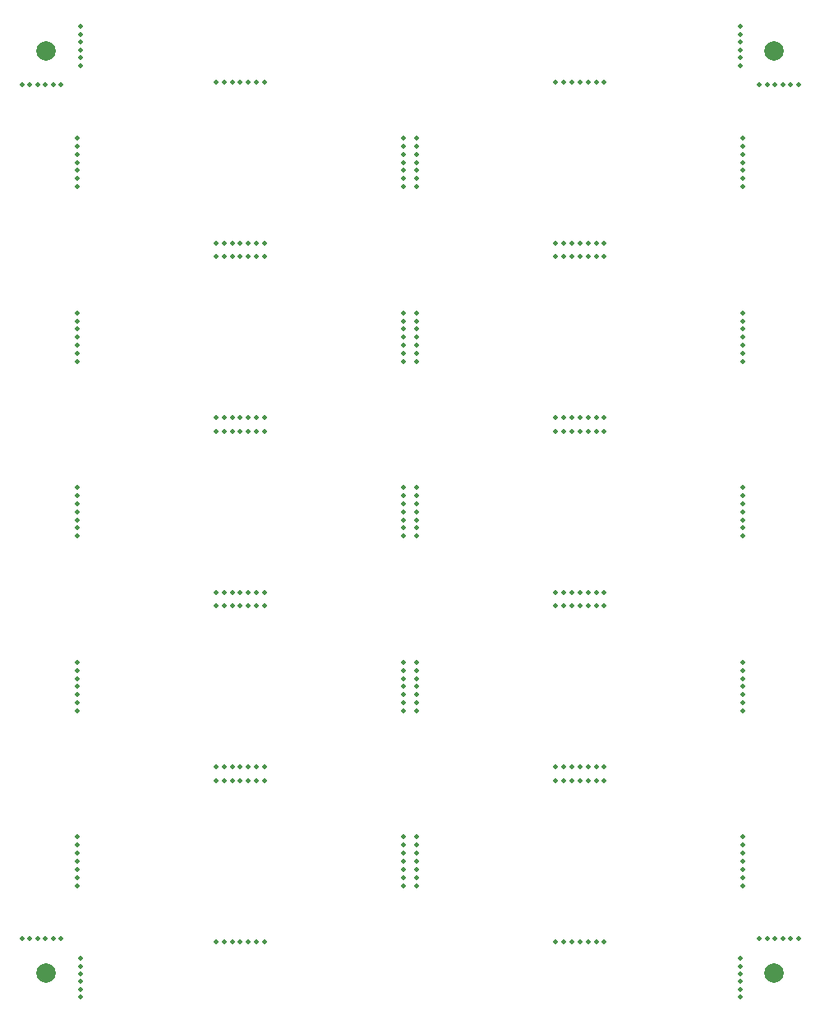
<source format=gbr>
%TF.GenerationSoftware,KiCad,Pcbnew,6.0.8-f2edbf62ab~116~ubuntu22.04.1*%
%TF.CreationDate,2022-10-31T09:01:50+00:00*%
%TF.ProjectId,panel,70616e65-6c2e-46b6-9963-61645f706362,3.0*%
%TF.SameCoordinates,Original*%
%TF.FileFunction,Soldermask,Bot*%
%TF.FilePolarity,Negative*%
%FSLAX46Y46*%
G04 Gerber Fmt 4.6, Leading zero omitted, Abs format (unit mm)*
G04 Created by KiCad (PCBNEW 6.0.8-f2edbf62ab~116~ubuntu22.04.1) date 2022-10-31 09:01:50*
%MOMM*%
%LPD*%
G01*
G04 APERTURE LIST*
%ADD10C,0.500000*%
%ADD11C,2.000000*%
G04 APERTURE END LIST*
D10*
%TO.C,REF\u002A\u002A*%
X54999957Y-59702268D03*
%TD*%
%TO.C,REF\u002A\u002A*%
X23333290Y-23701796D03*
%TD*%
%TO.C,REF\u002A\u002A*%
X74297471Y-66333219D03*
%TD*%
%TO.C,REF\u002A\u002A*%
X20833291Y-5702151D03*
%TD*%
%TO.C,REF\u002A\u002A*%
X39297471Y-12333220D03*
%TD*%
%TO.C,REF\u002A\u002A*%
X59999957Y-5701560D03*
%TD*%
%TO.C,REF\u002A\u002A*%
X20833376Y-40298321D03*
%TD*%
%TO.C,REF\u002A\u002A*%
X39298735Y-69666552D03*
%TD*%
%TO.C,REF\u002A\u002A*%
X21666710Y-76298203D03*
%TD*%
%TO.C,REF\u002A\u002A*%
X24999957Y-41701559D03*
%TD*%
%TO.C,REF\u002A\u002A*%
X58333375Y-40297967D03*
%TD*%
%TO.C,REF\u002A\u002A*%
X74297471Y-12333220D03*
%TD*%
%TO.C,REF\u002A\u002A*%
X20833291Y-59702150D03*
%TD*%
%TO.C,REF\u002A\u002A*%
X6000000Y-1600000D03*
%TD*%
%TO.C,REF\u002A\u002A*%
X58333375Y-22297967D03*
%TD*%
%TO.C,REF\u002A\u002A*%
X57500042Y-40298085D03*
%TD*%
%TO.C,REF\u002A\u002A*%
X23333375Y-94297967D03*
%TD*%
%TO.C,REF\u002A\u002A*%
X6000000Y-2400000D03*
%TD*%
%TO.C,REF\u002A\u002A*%
X24999957Y-23701559D03*
%TD*%
%TO.C,REF\u002A\u002A*%
X22499958Y-77701914D03*
%TD*%
%TO.C,REF\u002A\u002A*%
X56666709Y-58298203D03*
%TD*%
%TO.C,REF\u002A\u002A*%
X24166624Y-5701679D03*
%TD*%
%TO.C,REF\u002A\u002A*%
X20833376Y-22298321D03*
%TD*%
%TO.C,REF\u002A\u002A*%
X39298419Y-68833219D03*
%TD*%
%TO.C,REF\u002A\u002A*%
X5701897Y-32000113D03*
%TD*%
%TO.C,REF\u002A\u002A*%
X20833291Y-77702150D03*
%TD*%
%TO.C,REF\u002A\u002A*%
X79200000Y-94000000D03*
%TD*%
%TO.C,REF\u002A\u002A*%
X5702845Y-70500113D03*
%TD*%
%TO.C,REF\u002A\u002A*%
X23333290Y-77701796D03*
%TD*%
%TO.C,REF\u002A\u002A*%
X58333290Y-59701796D03*
%TD*%
%TO.C,REF\u002A\u002A*%
X4000000Y-94000000D03*
%TD*%
%TO.C,REF\u002A\u002A*%
X74297155Y-11499887D03*
%TD*%
%TO.C,REF\u002A\u002A*%
X20833376Y-58298321D03*
%TD*%
%TO.C,REF\u002A\u002A*%
X74000000Y-1600000D03*
%TD*%
%TO.C,REF\u002A\u002A*%
X2400000Y-94000000D03*
%TD*%
%TO.C,REF\u002A\u002A*%
X20833376Y-76298321D03*
%TD*%
%TO.C,REF\u002A\u002A*%
X56666624Y-23702032D03*
%TD*%
%TO.C,REF\u002A\u002A*%
X39297787Y-13166553D03*
%TD*%
D11*
%TO.C,REF\u002A\u002A*%
X77500000Y-97500000D03*
%TD*%
D10*
%TO.C,REF\u002A\u002A*%
X54999957Y-23702268D03*
%TD*%
%TO.C,REF\u002A\u002A*%
X76000000Y-6000000D03*
%TD*%
%TO.C,REF\u002A\u002A*%
X54999957Y-41702268D03*
%TD*%
%TO.C,REF\u002A\u002A*%
X40701580Y-31166780D03*
%TD*%
%TO.C,REF\u002A\u002A*%
X39297155Y-47499886D03*
%TD*%
%TO.C,REF\u002A\u002A*%
X39297471Y-84333219D03*
%TD*%
%TO.C,REF\u002A\u002A*%
X6000000Y-97600000D03*
%TD*%
%TO.C,REF\u002A\u002A*%
X5702845Y-88500113D03*
%TD*%
%TO.C,REF\u002A\u002A*%
X40701264Y-66333447D03*
%TD*%
%TO.C,REF\u002A\u002A*%
X40702528Y-69666780D03*
%TD*%
%TO.C,REF\u002A\u002A*%
X58333375Y-58297967D03*
%TD*%
%TO.C,REF\u002A\u002A*%
X21666710Y-22298203D03*
%TD*%
%TO.C,REF\u002A\u002A*%
X74000000Y-97600000D03*
%TD*%
%TO.C,REF\u002A\u002A*%
X5701581Y-49166780D03*
%TD*%
%TO.C,REF\u002A\u002A*%
X0Y-6000000D03*
%TD*%
%TO.C,REF\u002A\u002A*%
X20833291Y-41702150D03*
%TD*%
%TO.C,REF\u002A\u002A*%
X39298735Y-87666552D03*
%TD*%
%TO.C,REF\u002A\u002A*%
X74000000Y-800000D03*
%TD*%
%TO.C,REF\u002A\u002A*%
X22499958Y-41701914D03*
%TD*%
%TO.C,REF\u002A\u002A*%
X55833375Y-58298321D03*
%TD*%
%TO.C,REF\u002A\u002A*%
X23333290Y-5701797D03*
%TD*%
%TO.C,REF\u002A\u002A*%
X0Y-94000000D03*
%TD*%
%TO.C,REF\u002A\u002A*%
X39299051Y-70499886D03*
%TD*%
%TO.C,REF\u002A\u002A*%
X74297787Y-13166553D03*
%TD*%
%TO.C,REF\u002A\u002A*%
X5702213Y-32833447D03*
%TD*%
%TO.C,REF\u002A\u002A*%
X5702845Y-34500113D03*
%TD*%
%TO.C,REF\u002A\u002A*%
X20000043Y-58298440D03*
%TD*%
%TO.C,REF\u002A\u002A*%
X59999957Y-77701559D03*
%TD*%
%TO.C,REF\u002A\u002A*%
X74299051Y-52499886D03*
%TD*%
%TO.C,REF\u002A\u002A*%
X40702212Y-32833447D03*
%TD*%
%TO.C,REF\u002A\u002A*%
X56666624Y-59702032D03*
%TD*%
%TO.C,REF\u002A\u002A*%
X40702844Y-88500113D03*
%TD*%
%TO.C,REF\u002A\u002A*%
X5700949Y-11500114D03*
%TD*%
%TO.C,REF\u002A\u002A*%
X40701264Y-48333447D03*
%TD*%
%TO.C,REF\u002A\u002A*%
X57499957Y-23701914D03*
%TD*%
%TO.C,REF\u002A\u002A*%
X59166709Y-76297849D03*
%TD*%
%TO.C,REF\u002A\u002A*%
X21666625Y-41702032D03*
%TD*%
%TO.C,REF\u002A\u002A*%
X57500042Y-76298085D03*
%TD*%
%TO.C,REF\u002A\u002A*%
X39297787Y-31166552D03*
%TD*%
%TO.C,REF\u002A\u002A*%
X5702213Y-68833447D03*
%TD*%
%TO.C,REF\u002A\u002A*%
X60000042Y-94297731D03*
%TD*%
%TO.C,REF\u002A\u002A*%
X40700948Y-11500114D03*
%TD*%
%TO.C,REF\u002A\u002A*%
X54999957Y-5702269D03*
%TD*%
%TO.C,REF\u002A\u002A*%
X5701897Y-68000113D03*
%TD*%
%TO.C,REF\u002A\u002A*%
X5701581Y-67166780D03*
%TD*%
%TO.C,REF\u002A\u002A*%
X24166709Y-22297849D03*
%TD*%
%TO.C,REF\u002A\u002A*%
X21666710Y-58298203D03*
%TD*%
%TO.C,REF\u002A\u002A*%
X55833290Y-5702151D03*
%TD*%
%TO.C,REF\u002A\u002A*%
X74297471Y-48333219D03*
%TD*%
%TO.C,REF\u002A\u002A*%
X55000042Y-94298440D03*
%TD*%
%TO.C,REF\u002A\u002A*%
X78400000Y-6000000D03*
%TD*%
%TO.C,REF\u002A\u002A*%
X39298419Y-32833219D03*
%TD*%
%TO.C,REF\u002A\u002A*%
X39298419Y-50833219D03*
%TD*%
%TO.C,REF\u002A\u002A*%
X40702212Y-50833447D03*
%TD*%
%TO.C,REF\u002A\u002A*%
X74000000Y-99200000D03*
%TD*%
%TO.C,REF\u002A\u002A*%
X22500042Y-94298085D03*
%TD*%
%TO.C,REF\u002A\u002A*%
X74000000Y-98400000D03*
%TD*%
%TO.C,REF\u002A\u002A*%
X22500042Y-76298085D03*
%TD*%
%TO.C,REF\u002A\u002A*%
X59166624Y-77701678D03*
%TD*%
%TO.C,REF\u002A\u002A*%
X39297787Y-85166552D03*
%TD*%
%TO.C,REF\u002A\u002A*%
X20000043Y-76298440D03*
%TD*%
%TO.C,REF\u002A\u002A*%
X74299051Y-70499886D03*
%TD*%
%TO.C,REF\u002A\u002A*%
X6000000Y-3200000D03*
%TD*%
%TO.C,REF\u002A\u002A*%
X55000042Y-76298440D03*
%TD*%
%TO.C,REF\u002A\u002A*%
X39298103Y-13999887D03*
%TD*%
%TO.C,REF\u002A\u002A*%
X59166709Y-22297849D03*
%TD*%
%TO.C,REF\u002A\u002A*%
X40701896Y-32000113D03*
%TD*%
D11*
%TO.C,REF\u002A\u002A*%
X2500000Y-2500000D03*
%TD*%
D10*
%TO.C,REF\u002A\u002A*%
X39297787Y-67166552D03*
%TD*%
%TO.C,REF\u002A\u002A*%
X5701897Y-50000113D03*
%TD*%
%TO.C,REF\u002A\u002A*%
X80000000Y-6000000D03*
%TD*%
%TO.C,REF\u002A\u002A*%
X74000000Y-2400000D03*
%TD*%
%TO.C,REF\u002A\u002A*%
X25000042Y-22297731D03*
%TD*%
%TO.C,REF\u002A\u002A*%
X19999958Y-41702268D03*
%TD*%
%TO.C,REF\u002A\u002A*%
X55833375Y-94298321D03*
%TD*%
%TO.C,REF\u002A\u002A*%
X74000000Y-4000000D03*
%TD*%
%TO.C,REF\u002A\u002A*%
X60000042Y-58297731D03*
%TD*%
%TO.C,REF\u002A\u002A*%
X40701580Y-13166781D03*
%TD*%
%TO.C,REF\u002A\u002A*%
X74298103Y-49999886D03*
%TD*%
%TO.C,REF\u002A\u002A*%
X40701264Y-30333447D03*
%TD*%
%TO.C,REF\u002A\u002A*%
X39297155Y-83499886D03*
%TD*%
%TO.C,REF\u002A\u002A*%
X55833290Y-77702150D03*
%TD*%
%TO.C,REF\u002A\u002A*%
X60000042Y-22297731D03*
%TD*%
%TO.C,REF\u002A\u002A*%
X74298419Y-32833219D03*
%TD*%
%TO.C,REF\u002A\u002A*%
X22499958Y-23701914D03*
%TD*%
%TO.C,REF\u002A\u002A*%
X5702529Y-87666780D03*
%TD*%
%TO.C,REF\u002A\u002A*%
X24166624Y-77701678D03*
%TD*%
%TO.C,REF\u002A\u002A*%
X24166624Y-59701678D03*
%TD*%
%TO.C,REF\u002A\u002A*%
X22499958Y-5701915D03*
%TD*%
%TO.C,REF\u002A\u002A*%
X74297787Y-49166552D03*
%TD*%
%TO.C,REF\u002A\u002A*%
X54999957Y-77702268D03*
%TD*%
%TO.C,REF\u002A\u002A*%
X19999958Y-23702268D03*
%TD*%
%TO.C,REF\u002A\u002A*%
X5702845Y-52500113D03*
%TD*%
%TO.C,REF\u002A\u002A*%
X800000Y-6000000D03*
%TD*%
%TO.C,REF\u002A\u002A*%
X23333375Y-58297967D03*
%TD*%
%TO.C,REF\u002A\u002A*%
X74298419Y-50833219D03*
%TD*%
%TO.C,REF\u002A\u002A*%
X21666625Y-5702033D03*
%TD*%
%TO.C,REF\u002A\u002A*%
X40701896Y-68000113D03*
%TD*%
%TO.C,REF\u002A\u002A*%
X74297471Y-30333219D03*
%TD*%
%TO.C,REF\u002A\u002A*%
X20000043Y-40298440D03*
%TD*%
%TO.C,REF\u002A\u002A*%
X5702529Y-33666780D03*
%TD*%
%TO.C,REF\u002A\u002A*%
X76000000Y-94000000D03*
%TD*%
%TO.C,REF\u002A\u002A*%
X74298735Y-51666552D03*
%TD*%
%TO.C,REF\u002A\u002A*%
X19999958Y-5702269D03*
%TD*%
%TO.C,REF\u002A\u002A*%
X57500042Y-94298085D03*
%TD*%
%TO.C,REF\u002A\u002A*%
X40702844Y-52500113D03*
%TD*%
%TO.C,REF\u002A\u002A*%
X74299051Y-16499886D03*
%TD*%
%TO.C,REF\u002A\u002A*%
X59999957Y-41701559D03*
%TD*%
%TO.C,REF\u002A\u002A*%
X20833291Y-23702150D03*
%TD*%
%TO.C,REF\u002A\u002A*%
X55833290Y-41702150D03*
%TD*%
%TO.C,REF\u002A\u002A*%
X21666625Y-77702032D03*
%TD*%
%TO.C,REF\u002A\u002A*%
X74298103Y-85999886D03*
%TD*%
%TO.C,REF\u002A\u002A*%
X57500042Y-58298085D03*
%TD*%
%TO.C,REF\u002A\u002A*%
X74297155Y-65499886D03*
%TD*%
%TO.C,REF\u002A\u002A*%
X59166624Y-41701678D03*
%TD*%
%TO.C,REF\u002A\u002A*%
X24166709Y-58297849D03*
%TD*%
%TO.C,REF\u002A\u002A*%
X39299051Y-34499886D03*
%TD*%
%TO.C,REF\u002A\u002A*%
X40701896Y-86000113D03*
%TD*%
%TO.C,REF\u002A\u002A*%
X40702212Y-14833447D03*
%TD*%
%TO.C,REF\u002A\u002A*%
X39299051Y-16499886D03*
%TD*%
%TO.C,REF\u002A\u002A*%
X40702844Y-70500113D03*
%TD*%
%TO.C,REF\u002A\u002A*%
X76800000Y-6000000D03*
%TD*%
%TO.C,REF\u002A\u002A*%
X39298419Y-14833219D03*
%TD*%
%TO.C,REF\u002A\u002A*%
X39297471Y-48333219D03*
%TD*%
%TO.C,REF\u002A\u002A*%
X40701580Y-49166780D03*
%TD*%
%TO.C,REF\u002A\u002A*%
X6000000Y-96000000D03*
%TD*%
%TO.C,REF\u002A\u002A*%
X74298419Y-68833219D03*
%TD*%
%TO.C,REF\u002A\u002A*%
X5701581Y-85166780D03*
%TD*%
%TO.C,REF\u002A\u002A*%
X55000042Y-58298440D03*
%TD*%
%TO.C,REF\u002A\u002A*%
X23333290Y-59701796D03*
%TD*%
%TO.C,REF\u002A\u002A*%
X24999957Y-59701559D03*
%TD*%
%TO.C,REF\u002A\u002A*%
X39298103Y-67999886D03*
%TD*%
%TO.C,REF\u002A\u002A*%
X56666624Y-5702033D03*
%TD*%
%TO.C,REF\u002A\u002A*%
X22500042Y-58298085D03*
%TD*%
%TO.C,REF\u002A\u002A*%
X74000000Y-96000000D03*
%TD*%
%TO.C,REF\u002A\u002A*%
X3200000Y-6000000D03*
%TD*%
%TO.C,REF\u002A\u002A*%
X40701580Y-67166780D03*
%TD*%
%TO.C,REF\u002A\u002A*%
X24166709Y-40297849D03*
%TD*%
%TO.C,REF\u002A\u002A*%
X23333290Y-41701796D03*
%TD*%
%TO.C,REF\u002A\u002A*%
X39299051Y-88499886D03*
%TD*%
%TO.C,REF\u002A\u002A*%
X5701581Y-31166780D03*
%TD*%
%TO.C,REF\u002A\u002A*%
X39298735Y-15666552D03*
%TD*%
%TO.C,REF\u002A\u002A*%
X58333375Y-76297967D03*
%TD*%
%TO.C,REF\u002A\u002A*%
X6000000Y-98400000D03*
%TD*%
%TO.C,REF\u002A\u002A*%
X57500042Y-22298085D03*
%TD*%
%TO.C,REF\u002A\u002A*%
X55833375Y-40298321D03*
%TD*%
%TO.C,REF\u002A\u002A*%
X21666710Y-40298203D03*
%TD*%
%TO.C,REF\u002A\u002A*%
X74298419Y-86833219D03*
%TD*%
%TO.C,REF\u002A\u002A*%
X40702844Y-16500113D03*
%TD*%
%TO.C,REF\u002A\u002A*%
X1600000Y-6000000D03*
%TD*%
%TO.C,REF\u002A\u002A*%
X56666709Y-40298203D03*
%TD*%
%TO.C,REF\u002A\u002A*%
X24166709Y-76297849D03*
%TD*%
%TO.C,REF\u002A\u002A*%
X59166624Y-5701679D03*
%TD*%
%TO.C,REF\u002A\u002A*%
X21666710Y-94298203D03*
%TD*%
%TO.C,REF\u002A\u002A*%
X74000000Y-3200000D03*
%TD*%
%TO.C,REF\u002A\u002A*%
X58333290Y-41701796D03*
%TD*%
%TO.C,REF\u002A\u002A*%
X22500042Y-22298085D03*
%TD*%
%TO.C,REF\u002A\u002A*%
X55833290Y-23702150D03*
%TD*%
%TO.C,REF\u002A\u002A*%
X59166709Y-58297849D03*
%TD*%
%TO.C,REF\u002A\u002A*%
X5701897Y-14000113D03*
%TD*%
%TO.C,REF\u002A\u002A*%
X39298103Y-49999886D03*
%TD*%
D11*
%TO.C,REF\u002A\u002A*%
X2500000Y-97500000D03*
%TD*%
D10*
%TO.C,REF\u002A\u002A*%
X5702529Y-69666780D03*
%TD*%
%TO.C,REF\u002A\u002A*%
X74298735Y-87666552D03*
%TD*%
%TO.C,REF\u002A\u002A*%
X5700949Y-29500113D03*
%TD*%
%TO.C,REF\u002A\u002A*%
X5700949Y-47500113D03*
%TD*%
%TO.C,REF\u002A\u002A*%
X39298103Y-31999886D03*
%TD*%
%TO.C,REF\u002A\u002A*%
X74298735Y-33666552D03*
%TD*%
%TO.C,REF\u002A\u002A*%
X74298735Y-15666552D03*
%TD*%
%TO.C,REF\u002A\u002A*%
X39297155Y-65499886D03*
%TD*%
%TO.C,REF\u002A\u002A*%
X74298419Y-14833219D03*
%TD*%
%TO.C,REF\u002A\u002A*%
X5702529Y-15666780D03*
%TD*%
%TO.C,REF\u002A\u002A*%
X55833375Y-22298321D03*
%TD*%
%TO.C,REF\u002A\u002A*%
X40702528Y-15666780D03*
%TD*%
%TO.C,REF\u002A\u002A*%
X6000000Y0D03*
%TD*%
%TO.C,REF\u002A\u002A*%
X40700948Y-47500113D03*
%TD*%
%TO.C,REF\u002A\u002A*%
X74298103Y-31999886D03*
%TD*%
%TO.C,REF\u002A\u002A*%
X2400000Y-6000000D03*
%TD*%
%TO.C,REF\u002A\u002A*%
X39298419Y-86833219D03*
%TD*%
%TO.C,REF\u002A\u002A*%
X40701580Y-85166780D03*
%TD*%
%TO.C,REF\u002A\u002A*%
X39297155Y-11499887D03*
%TD*%
%TO.C,REF\u002A\u002A*%
X74299051Y-88499886D03*
%TD*%
%TO.C,REF\u002A\u002A*%
X40700948Y-29500113D03*
%TD*%
%TO.C,REF\u002A\u002A*%
X20833376Y-94298321D03*
%TD*%
%TO.C,REF\u002A\u002A*%
X39297471Y-30333219D03*
%TD*%
%TO.C,REF\u002A\u002A*%
X58333290Y-5701797D03*
%TD*%
%TO.C,REF\u002A\u002A*%
X55000042Y-40298440D03*
%TD*%
%TO.C,REF\u002A\u002A*%
X39298735Y-33666552D03*
%TD*%
%TO.C,REF\u002A\u002A*%
X74000000Y0D03*
%TD*%
%TO.C,REF\u002A\u002A*%
X40702844Y-34500113D03*
%TD*%
%TO.C,REF\u002A\u002A*%
X74298103Y-13999887D03*
%TD*%
%TO.C,REF\u002A\u002A*%
X58333290Y-77701796D03*
%TD*%
%TO.C,REF\u002A\u002A*%
X39298103Y-85999886D03*
%TD*%
%TO.C,REF\u002A\u002A*%
X55833375Y-76298321D03*
%TD*%
%TO.C,REF\u002A\u002A*%
X5701265Y-30333447D03*
%TD*%
%TO.C,REF\u002A\u002A*%
X5702845Y-16500113D03*
%TD*%
%TO.C,REF\u002A\u002A*%
X55000042Y-22298440D03*
%TD*%
%TO.C,REF\u002A\u002A*%
X57499957Y-59701914D03*
%TD*%
%TO.C,REF\u002A\u002A*%
X57499957Y-5701915D03*
%TD*%
%TO.C,REF\u002A\u002A*%
X5701265Y-66333447D03*
%TD*%
%TO.C,REF\u002A\u002A*%
X77600000Y-94000000D03*
%TD*%
%TO.C,REF\u002A\u002A*%
X40702528Y-87666780D03*
%TD*%
%TO.C,REF\u002A\u002A*%
X74298735Y-69666552D03*
%TD*%
%TO.C,REF\u002A\u002A*%
X23333375Y-76297967D03*
%TD*%
%TO.C,REF\u002A\u002A*%
X20000043Y-22298440D03*
%TD*%
%TO.C,REF\u002A\u002A*%
X40701896Y-14000113D03*
%TD*%
%TO.C,REF\u002A\u002A*%
X5702213Y-14833447D03*
%TD*%
%TO.C,REF\u002A\u002A*%
X40701896Y-50000113D03*
%TD*%
%TO.C,REF\u002A\u002A*%
X5700949Y-83500113D03*
%TD*%
%TO.C,REF\u002A\u002A*%
X58333375Y-94297967D03*
%TD*%
%TO.C,REF\u002A\u002A*%
X6000000Y-4000000D03*
%TD*%
%TO.C,REF\u002A\u002A*%
X76800000Y-94000000D03*
%TD*%
%TO.C,REF\u002A\u002A*%
X40702528Y-33666780D03*
%TD*%
%TO.C,REF\u002A\u002A*%
X19999958Y-77702268D03*
%TD*%
%TO.C,REF\u002A\u002A*%
X6000000Y-99200000D03*
%TD*%
%TO.C,REF\u002A\u002A*%
X22500042Y-40298085D03*
%TD*%
%TO.C,REF\u002A\u002A*%
X24166624Y-41701678D03*
%TD*%
%TO.C,REF\u002A\u002A*%
X25000042Y-76297731D03*
%TD*%
%TO.C,REF\u002A\u002A*%
X59166709Y-40297849D03*
%TD*%
%TO.C,REF\u002A\u002A*%
X59999957Y-59701559D03*
%TD*%
%TO.C,REF\u002A\u002A*%
X25000042Y-40297731D03*
%TD*%
%TO.C,REF\u002A\u002A*%
X74297155Y-83499886D03*
%TD*%
%TO.C,REF\u002A\u002A*%
X6000000Y-96800000D03*
%TD*%
%TO.C,REF\u002A\u002A*%
X59166709Y-94297849D03*
%TD*%
%TO.C,REF\u002A\u002A*%
X5701265Y-48333447D03*
%TD*%
%TO.C,REF\u002A\u002A*%
X74297155Y-47499886D03*
%TD*%
%TO.C,REF\u002A\u002A*%
X6000000Y-100000000D03*
%TD*%
%TO.C,REF\u002A\u002A*%
X40701264Y-84333447D03*
%TD*%
%TO.C,REF\u002A\u002A*%
X25000042Y-58297731D03*
%TD*%
%TO.C,REF\u002A\u002A*%
X74297155Y-29499886D03*
%TD*%
%TO.C,REF\u002A\u002A*%
X74297787Y-31166552D03*
%TD*%
%TO.C,REF\u002A\u002A*%
X5702213Y-50833447D03*
%TD*%
%TO.C,REF\u002A\u002A*%
X80000000Y-94000000D03*
%TD*%
%TO.C,REF\u002A\u002A*%
X5701265Y-12333448D03*
%TD*%
%TO.C,REF\u002A\u002A*%
X39297471Y-66333219D03*
%TD*%
%TO.C,REF\u002A\u002A*%
X5701897Y-86000113D03*
%TD*%
%TO.C,REF\u002A\u002A*%
X56666709Y-22298203D03*
%TD*%
%TO.C,REF\u002A\u002A*%
X59166624Y-23701678D03*
%TD*%
%TO.C,REF\u002A\u002A*%
X56666624Y-77702032D03*
%TD*%
%TO.C,REF\u002A\u002A*%
X24166624Y-23701678D03*
%TD*%
%TO.C,REF\u002A\u002A*%
X40701264Y-12333448D03*
%TD*%
%TO.C,REF\u002A\u002A*%
X24999957Y-5701560D03*
%TD*%
D11*
%TO.C,REF\u002A\u002A*%
X77500000Y-2500000D03*
%TD*%
D10*
%TO.C,REF\u002A\u002A*%
X20000043Y-94298440D03*
%TD*%
%TO.C,REF\u002A\u002A*%
X79200000Y-6000000D03*
%TD*%
%TO.C,REF\u002A\u002A*%
X25000042Y-94297731D03*
%TD*%
%TO.C,REF\u002A\u002A*%
X40702528Y-51666780D03*
%TD*%
%TO.C,REF\u002A\u002A*%
X1600000Y-94000000D03*
%TD*%
%TO.C,REF\u002A\u002A*%
X77600000Y-6000000D03*
%TD*%
%TO.C,REF\u002A\u002A*%
X21666625Y-23702032D03*
%TD*%
%TO.C,REF\u002A\u002A*%
X39297155Y-29499886D03*
%TD*%
%TO.C,REF\u002A\u002A*%
X4000000Y-6000000D03*
%TD*%
%TO.C,REF\u002A\u002A*%
X60000042Y-40297731D03*
%TD*%
%TO.C,REF\u002A\u002A*%
X21666625Y-59702032D03*
%TD*%
%TO.C,REF\u002A\u002A*%
X5702213Y-86833447D03*
%TD*%
%TO.C,REF\u002A\u002A*%
X39297787Y-49166552D03*
%TD*%
%TO.C,REF\u002A\u002A*%
X800000Y-94000000D03*
%TD*%
%TO.C,REF\u002A\u002A*%
X40700948Y-83500113D03*
%TD*%
%TO.C,REF\u002A\u002A*%
X22499958Y-59701914D03*
%TD*%
%TO.C,REF\u002A\u002A*%
X5702529Y-51666780D03*
%TD*%
%TO.C,REF\u002A\u002A*%
X24166709Y-94297849D03*
%TD*%
%TO.C,REF\u002A\u002A*%
X59999957Y-23701559D03*
%TD*%
%TO.C,REF\u002A\u002A*%
X3200000Y-94000000D03*
%TD*%
%TO.C,REF\u002A\u002A*%
X74000000Y-96800000D03*
%TD*%
%TO.C,REF\u002A\u002A*%
X55833290Y-59702150D03*
%TD*%
%TO.C,REF\u002A\u002A*%
X39299051Y-52499886D03*
%TD*%
%TO.C,REF\u002A\u002A*%
X24999957Y-77701559D03*
%TD*%
%TO.C,REF\u002A\u002A*%
X74297471Y-84333219D03*
%TD*%
%TO.C,REF\u002A\u002A*%
X74299051Y-34499886D03*
%TD*%
%TO.C,REF\u002A\u002A*%
X5701581Y-13166781D03*
%TD*%
%TO.C,REF\u002A\u002A*%
X19999958Y-59702268D03*
%TD*%
%TO.C,REF\u002A\u002A*%
X5700949Y-65500113D03*
%TD*%
%TO.C,REF\u002A\u002A*%
X74297787Y-67166552D03*
%TD*%
%TO.C,REF\u002A\u002A*%
X57499957Y-77701914D03*
%TD*%
%TO.C,REF\u002A\u002A*%
X40702212Y-68833447D03*
%TD*%
%TO.C,REF\u002A\u002A*%
X40702212Y-86833447D03*
%TD*%
%TO.C,REF\u002A\u002A*%
X58333290Y-23701796D03*
%TD*%
%TO.C,REF\u002A\u002A*%
X56666624Y-41702032D03*
%TD*%
%TO.C,REF\u002A\u002A*%
X23333375Y-22297967D03*
%TD*%
%TO.C,REF\u002A\u002A*%
X23333375Y-40297967D03*
%TD*%
%TO.C,REF\u002A\u002A*%
X6000000Y-800000D03*
%TD*%
%TO.C,REF\u002A\u002A*%
X57499957Y-41701914D03*
%TD*%
%TO.C,REF\u002A\u002A*%
X59166624Y-59701678D03*
%TD*%
%TO.C,REF\u002A\u002A*%
X74000000Y-100000000D03*
%TD*%
%TO.C,REF\u002A\u002A*%
X56666709Y-76298203D03*
%TD*%
%TO.C,REF\u002A\u002A*%
X40700948Y-65500113D03*
%TD*%
%TO.C,REF\u002A\u002A*%
X74297787Y-85166552D03*
%TD*%
%TO.C,REF\u002A\u002A*%
X78400000Y-94000000D03*
%TD*%
%TO.C,REF\u002A\u002A*%
X56666709Y-94298203D03*
%TD*%
%TO.C,REF\u002A\u002A*%
X39298735Y-51666552D03*
%TD*%
%TO.C,REF\u002A\u002A*%
X74298103Y-67999886D03*
%TD*%
%TO.C,REF\u002A\u002A*%
X5701265Y-84333447D03*
%TD*%
%TO.C,REF\u002A\u002A*%
X60000042Y-76297731D03*
%TD*%
M02*

</source>
